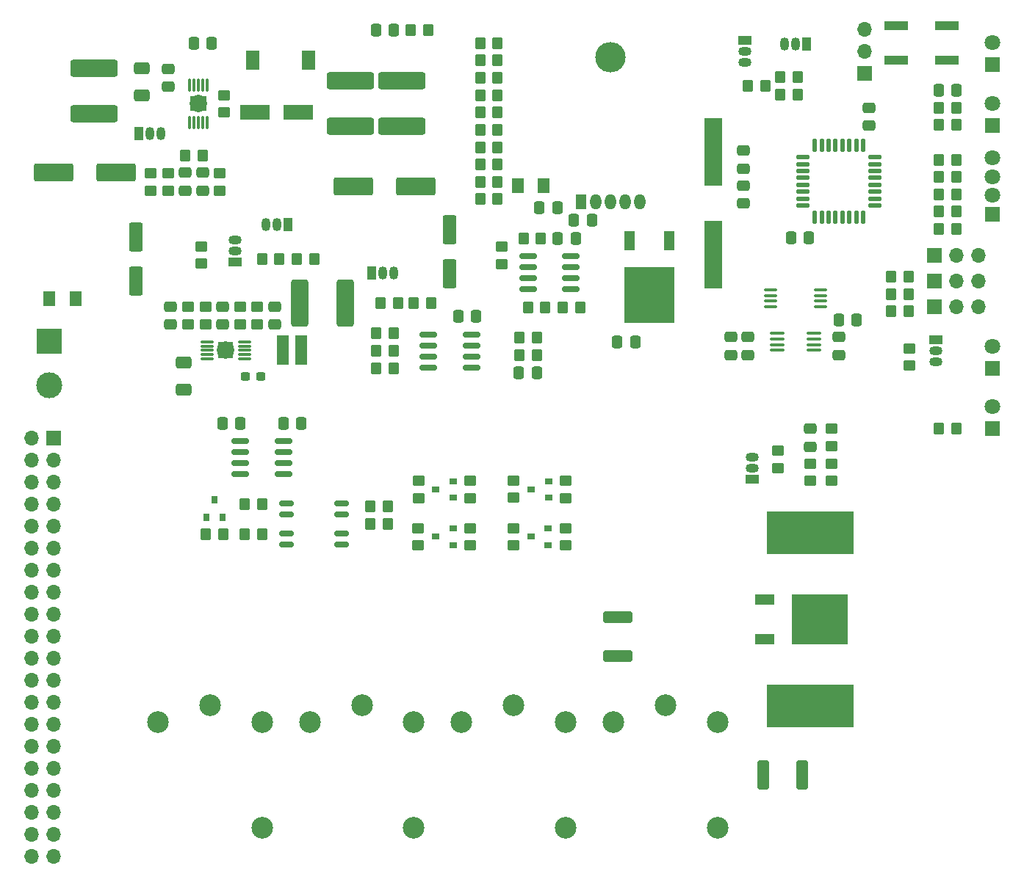
<source format=gbr>
%TF.GenerationSoftware,KiCad,Pcbnew,(5.99.0-9544-g366189b864)*%
%TF.CreationDate,2021-03-03T05:16:54+01:00*%
%TF.ProjectId,PowerBoard 1,506f7765-7242-46f6-9172-6420312e6b69,rev?*%
%TF.SameCoordinates,Original*%
%TF.FileFunction,Soldermask,Top*%
%TF.FilePolarity,Negative*%
%FSLAX46Y46*%
G04 Gerber Fmt 4.6, Leading zero omitted, Abs format (unit mm)*
G04 Created by KiCad (PCBNEW (5.99.0-9544-g366189b864)) date 2021-03-03 05:16:54*
%MOMM*%
%LPD*%
G01*
G04 APERTURE LIST*
G04 Aperture macros list*
%AMRoundRect*
0 Rectangle with rounded corners*
0 $1 Rounding radius*
0 $2 $3 $4 $5 $6 $7 $8 $9 X,Y pos of 4 corners*
0 Add a 4 corners polygon primitive as box body*
4,1,4,$2,$3,$4,$5,$6,$7,$8,$9,$2,$3,0*
0 Add four circle primitives for the rounded corners*
1,1,$1+$1,$2,$3*
1,1,$1+$1,$4,$5*
1,1,$1+$1,$6,$7*
1,1,$1+$1,$8,$9*
0 Add four rect primitives between the rounded corners*
20,1,$1+$1,$2,$3,$4,$5,0*
20,1,$1+$1,$4,$5,$6,$7,0*
20,1,$1+$1,$6,$7,$8,$9,0*
20,1,$1+$1,$8,$9,$2,$3,0*%
G04 Aperture macros list end*
%ADD10RoundRect,0.250000X-0.350000X-0.450000X0.350000X-0.450000X0.350000X0.450000X-0.350000X0.450000X0*%
%ADD11RoundRect,0.250000X-0.450000X0.350000X-0.450000X-0.350000X0.450000X-0.350000X0.450000X0.350000X0*%
%ADD12RoundRect,0.250000X0.450000X-0.350000X0.450000X0.350000X-0.450000X0.350000X-0.450000X-0.350000X0*%
%ADD13RoundRect,0.250000X-0.475000X0.337500X-0.475000X-0.337500X0.475000X-0.337500X0.475000X0.337500X0*%
%ADD14RoundRect,0.150000X-0.825000X-0.150000X0.825000X-0.150000X0.825000X0.150000X-0.825000X0.150000X0*%
%ADD15R,0.900000X0.800000*%
%ADD16RoundRect,0.250000X0.350000X0.450000X-0.350000X0.450000X-0.350000X-0.450000X0.350000X-0.450000X0*%
%ADD17RoundRect,0.250000X0.550000X-1.412500X0.550000X1.412500X-0.550000X1.412500X-0.550000X-1.412500X0*%
%ADD18RoundRect,0.250000X-0.337500X-0.475000X0.337500X-0.475000X0.337500X0.475000X-0.337500X0.475000X0*%
%ADD19R,0.800000X0.900000*%
%ADD20RoundRect,0.250000X-0.550000X1.412500X-0.550000X-1.412500X0.550000X-1.412500X0.550000X1.412500X0*%
%ADD21RoundRect,0.237500X-0.300000X-0.237500X0.300000X-0.237500X0.300000X0.237500X-0.300000X0.237500X0*%
%ADD22R,1.700000X1.700000*%
%ADD23O,1.700000X1.700000*%
%ADD24RoundRect,0.125000X-0.125000X0.625000X-0.125000X-0.625000X0.125000X-0.625000X0.125000X0.625000X0*%
%ADD25RoundRect,0.125000X-0.625000X0.125000X-0.625000X-0.125000X0.625000X-0.125000X0.625000X0.125000X0*%
%ADD26C,2.500000*%
%ADD27R,1.800000X1.800000*%
%ADD28C,1.800000*%
%ADD29RoundRect,0.250001X1.999999X0.799999X-1.999999X0.799999X-1.999999X-0.799999X1.999999X-0.799999X0*%
%ADD30R,10.000000X5.000000*%
%ADD31R,1.500000X1.050000*%
%ADD32O,1.500000X1.050000*%
%ADD33RoundRect,0.250000X0.475000X-0.337500X0.475000X0.337500X-0.475000X0.337500X-0.475000X-0.337500X0*%
%ADD34RoundRect,0.250001X-1.999999X-0.799999X1.999999X-0.799999X1.999999X0.799999X-1.999999X0.799999X0*%
%ADD35RoundRect,0.100000X-0.712500X-0.100000X0.712500X-0.100000X0.712500X0.100000X-0.712500X0.100000X0*%
%ADD36RoundRect,0.150000X0.662500X0.150000X-0.662500X0.150000X-0.662500X-0.150000X0.662500X-0.150000X0*%
%ADD37RoundRect,0.250000X-0.650000X0.412500X-0.650000X-0.412500X0.650000X-0.412500X0.650000X0.412500X0*%
%ADD38RoundRect,0.250000X0.337500X0.475000X-0.337500X0.475000X-0.337500X-0.475000X0.337500X-0.475000X0*%
%ADD39R,1.500000X2.200000*%
%ADD40RoundRect,0.249999X0.737501X2.450001X-0.737501X2.450001X-0.737501X-2.450001X0.737501X-2.450001X0*%
%ADD41RoundRect,0.249999X-2.450001X0.737501X-2.450001X-0.737501X2.450001X-0.737501X2.450001X0.737501X0*%
%ADD42R,2.200000X1.200000*%
%ADD43R,6.400000X5.800000*%
%ADD44R,1.050000X1.500000*%
%ADD45O,1.050000X1.500000*%
%ADD46R,2.800000X1.000000*%
%ADD47RoundRect,0.100000X0.637500X0.100000X-0.637500X0.100000X-0.637500X-0.100000X0.637500X-0.100000X0*%
%ADD48R,2.000000X7.875000*%
%ADD49RoundRect,0.250000X1.450000X-0.400000X1.450000X0.400000X-1.450000X0.400000X-1.450000X-0.400000X0*%
%ADD50RoundRect,0.250001X-0.462499X-0.624999X0.462499X-0.624999X0.462499X0.624999X-0.462499X0.624999X0*%
%ADD51RoundRect,0.075000X-0.075000X0.662500X-0.075000X-0.662500X0.075000X-0.662500X0.075000X0.662500X0*%
%ADD52R,1.980000X1.730000*%
%ADD53C,2.000000*%
%ADD54RoundRect,0.250000X-0.400000X-1.450000X0.400000X-1.450000X0.400000X1.450000X-0.400000X1.450000X0*%
%ADD55R,1.350000X3.400000*%
%ADD56R,3.500000X1.800000*%
%ADD57R,1.200000X2.200000*%
%ADD58R,5.800000X6.400000*%
%ADD59RoundRect,0.075000X0.662500X0.075000X-0.662500X0.075000X-0.662500X-0.075000X0.662500X-0.075000X0*%
%ADD60R,1.730000X1.980000*%
%ADD61R,3.000000X3.000000*%
%ADD62C,3.000000*%
%ADD63RoundRect,0.150000X-0.662500X-0.150000X0.662500X-0.150000X0.662500X0.150000X-0.662500X0.150000X0*%
%ADD64O,3.500000X3.500000*%
%ADD65R,1.275000X1.800000*%
%ADD66O,1.275000X1.800000*%
G04 APERTURE END LIST*
D10*
%TO.C,R40*%
X109650000Y-33050000D03*
X111650000Y-33050000D03*
%TD*%
D11*
%TO.C,R66*%
X150150000Y-63550000D03*
X150150000Y-65550000D03*
%TD*%
D10*
%TO.C,R23*%
X84500000Y-44000000D03*
X86500000Y-44000000D03*
%TD*%
D12*
%TO.C,R48*%
X102500000Y-77000000D03*
X102500000Y-75000000D03*
%TD*%
D13*
%TO.C,C18*%
X73650000Y-22012500D03*
X73650000Y-24087500D03*
%TD*%
D14*
%TO.C,U1*%
X82000000Y-65000000D03*
X82000000Y-66270000D03*
X82000000Y-67540000D03*
X82000000Y-68810000D03*
X86950000Y-68810000D03*
X86950000Y-67540000D03*
X86950000Y-66270000D03*
X86950000Y-65000000D03*
%TD*%
D15*
%TO.C,Q5*%
X106525000Y-71500000D03*
X106525000Y-69600000D03*
X104525000Y-70550000D03*
%TD*%
D16*
%TO.C,R46*%
X116650000Y-41550000D03*
X114650000Y-41550000D03*
%TD*%
D15*
%TO.C,Q3*%
X106500000Y-76950000D03*
X106500000Y-75050000D03*
X104500000Y-76000000D03*
%TD*%
D12*
%TO.C,R56*%
X144000000Y-68050000D03*
X144000000Y-66050000D03*
%TD*%
D17*
%TO.C,C4*%
X70000000Y-46537500D03*
X70000000Y-41462500D03*
%TD*%
D12*
%TO.C,R8*%
X81977936Y-51500000D03*
X81977936Y-49500000D03*
%TD*%
%TO.C,R18*%
X71650000Y-36050000D03*
X71650000Y-34050000D03*
%TD*%
D18*
%TO.C,C22*%
X76612500Y-19050000D03*
X78687500Y-19050000D03*
%TD*%
D19*
%TO.C,Q8*%
X78050000Y-73750000D03*
X79950000Y-73750000D03*
X79000000Y-71750000D03*
%TD*%
D20*
%TO.C,C27*%
X106150000Y-40550000D03*
X106150000Y-45625000D03*
%TD*%
D10*
%TO.C,R37*%
X109650000Y-27050000D03*
X111650000Y-27050000D03*
%TD*%
D21*
%TO.C,C20*%
X82607500Y-57500000D03*
X84332500Y-57500000D03*
%TD*%
D11*
%TO.C,R54*%
X119500000Y-75000000D03*
X119500000Y-77000000D03*
%TD*%
D22*
%TO.C,J1*%
X162000000Y-49500000D03*
D23*
X164540000Y-49500000D03*
X167080000Y-49500000D03*
%TD*%
D24*
%TO.C,U4*%
X153800000Y-30825000D03*
X153000000Y-30825000D03*
X152200000Y-30825000D03*
X151400000Y-30825000D03*
X150600000Y-30825000D03*
X149800000Y-30825000D03*
X149000000Y-30825000D03*
X148200000Y-30825000D03*
D25*
X146825000Y-32200000D03*
X146825000Y-33000000D03*
X146825000Y-33800000D03*
X146825000Y-34600000D03*
X146825000Y-35400000D03*
X146825000Y-36200000D03*
X146825000Y-37000000D03*
X146825000Y-37800000D03*
D24*
X148200000Y-39175000D03*
X149000000Y-39175000D03*
X149800000Y-39175000D03*
X150600000Y-39175000D03*
X151400000Y-39175000D03*
X152200000Y-39175000D03*
X153000000Y-39175000D03*
X153800000Y-39175000D03*
D25*
X155175000Y-37800000D03*
X155175000Y-37000000D03*
X155175000Y-36200000D03*
X155175000Y-35400000D03*
X155175000Y-34600000D03*
X155175000Y-33800000D03*
X155175000Y-33000000D03*
X155175000Y-32200000D03*
%TD*%
D16*
%TO.C,R29*%
X164500000Y-36500000D03*
X162500000Y-36500000D03*
%TD*%
D26*
%TO.C,RL4*%
X119500000Y-97400000D03*
X107500000Y-97400000D03*
X113500000Y-95400000D03*
X119500000Y-109600000D03*
%TD*%
D16*
%TO.C,R43*%
X99000000Y-74500000D03*
X97000000Y-74500000D03*
%TD*%
%TO.C,R15*%
X164500000Y-32500000D03*
X162500000Y-32500000D03*
%TD*%
%TO.C,R28*%
X164500000Y-38500000D03*
X162500000Y-38500000D03*
%TD*%
D11*
%TO.C,R45*%
X108500000Y-75000000D03*
X108500000Y-77000000D03*
%TD*%
D10*
%TO.C,R39*%
X109650000Y-31050000D03*
X111650000Y-31050000D03*
%TD*%
D27*
%TO.C,D5*%
X168650000Y-28550000D03*
D28*
X168650000Y-26010000D03*
%TD*%
D10*
%TO.C,R68*%
X102000000Y-49050000D03*
X104000000Y-49050000D03*
%TD*%
D29*
%TO.C,C30*%
X102250000Y-35550000D03*
X95050000Y-35550000D03*
%TD*%
D30*
%TO.C,J8*%
X147650000Y-95550000D03*
%TD*%
D11*
%TO.C,R17*%
X80150000Y-25050000D03*
X80150000Y-27050000D03*
%TD*%
D16*
%TO.C,R1*%
X103650000Y-17550000D03*
X101650000Y-17550000D03*
%TD*%
D31*
%TO.C,U8*%
X140127500Y-18730000D03*
D32*
X140127500Y-20000000D03*
X140127500Y-21270000D03*
%TD*%
D15*
%TO.C,Q4*%
X117500000Y-76950000D03*
X117500000Y-75050000D03*
X115500000Y-76000000D03*
%TD*%
D27*
%TO.C,D6*%
X168650000Y-56550000D03*
D28*
X168650000Y-54010000D03*
%TD*%
D10*
%TO.C,R38*%
X109650000Y-29050000D03*
X111650000Y-29050000D03*
%TD*%
D16*
%TO.C,R6*%
X77650000Y-32050000D03*
X75650000Y-32050000D03*
%TD*%
D18*
%TO.C,C12*%
X162462500Y-24500000D03*
X164537500Y-24500000D03*
%TD*%
D10*
%TO.C,R26*%
X162500000Y-63500000D03*
X164500000Y-63500000D03*
%TD*%
D33*
%TO.C,C9*%
X73970000Y-51537500D03*
X73970000Y-49462500D03*
%TD*%
D10*
%TO.C,R3*%
X157000000Y-50000000D03*
X159000000Y-50000000D03*
%TD*%
D16*
%TO.C,R47*%
X121150000Y-49550000D03*
X119150000Y-49550000D03*
%TD*%
D22*
%TO.C,J3*%
X162000000Y-43500000D03*
D23*
X164540000Y-43500000D03*
X167080000Y-43500000D03*
%TD*%
D10*
%TO.C,R50*%
X82500000Y-75750000D03*
X84500000Y-75750000D03*
%TD*%
D16*
%TO.C,R19*%
X146250000Y-23000000D03*
X144250000Y-23000000D03*
%TD*%
D15*
%TO.C,Q2*%
X117525000Y-71500000D03*
X117525000Y-69600000D03*
X115525000Y-70550000D03*
%TD*%
D27*
%TO.C,D4*%
X168650000Y-63550000D03*
D28*
X168650000Y-61010000D03*
%TD*%
D34*
%TO.C,C1*%
X60500000Y-34000000D03*
X67700000Y-34000000D03*
%TD*%
D16*
%TO.C,R51*%
X99000000Y-72500000D03*
X97000000Y-72500000D03*
%TD*%
D12*
%TO.C,R2*%
X83970000Y-51500000D03*
X83970000Y-49500000D03*
%TD*%
D35*
%TO.C,U2*%
X143887500Y-52525000D03*
X143887500Y-53175000D03*
X143887500Y-53825000D03*
X143887500Y-54475000D03*
X148112500Y-54475000D03*
X148112500Y-53825000D03*
X148112500Y-53175000D03*
X148112500Y-52525000D03*
%TD*%
D10*
%TO.C,R25*%
X162500000Y-26500000D03*
X164500000Y-26500000D03*
%TD*%
D36*
%TO.C,U12*%
X93687500Y-76885000D03*
X93687500Y-75615000D03*
X87312500Y-75615000D03*
X87312500Y-76885000D03*
%TD*%
D10*
%TO.C,R34*%
X109650000Y-21050000D03*
X111650000Y-21050000D03*
%TD*%
D37*
%TO.C,C13*%
X70650000Y-21987500D03*
X70650000Y-25112500D03*
%TD*%
D12*
%TO.C,R9*%
X77970000Y-51500000D03*
X77970000Y-49500000D03*
%TD*%
D38*
%TO.C,C31*%
X147537500Y-41500000D03*
X145462500Y-41500000D03*
%TD*%
D10*
%TO.C,R41*%
X109650000Y-35050000D03*
X111650000Y-35050000D03*
%TD*%
D26*
%TO.C,RL3*%
X102000000Y-97400000D03*
X90000000Y-97400000D03*
X96000000Y-95400000D03*
X102000000Y-109600000D03*
%TD*%
D11*
%TO.C,R31*%
X119525000Y-69550000D03*
X119525000Y-71550000D03*
%TD*%
D39*
%TO.C,L2*%
X83450000Y-21000000D03*
X89850000Y-21000000D03*
%TD*%
D40*
%TO.C,C23*%
X94115436Y-49000000D03*
X88840436Y-49000000D03*
%TD*%
D12*
%TO.C,R32*%
X113500000Y-71500000D03*
X113500000Y-69500000D03*
%TD*%
D41*
%TO.C,C26*%
X100650000Y-23362500D03*
X100650000Y-28637500D03*
%TD*%
D42*
%TO.C,D8*%
X142450000Y-83270000D03*
D43*
X148750000Y-85550000D03*
D42*
X142450000Y-87830000D03*
%TD*%
D44*
%TO.C,Q1*%
X70300000Y-29447500D03*
D45*
X71570000Y-29447500D03*
X72840000Y-29447500D03*
%TD*%
D31*
%TO.C,Q7*%
X162150000Y-53280000D03*
D32*
X162150000Y-54550000D03*
X162150000Y-55820000D03*
%TD*%
D10*
%TO.C,R42*%
X109650000Y-37050000D03*
X111650000Y-37050000D03*
%TD*%
D13*
%TO.C,C38*%
X147650000Y-63550000D03*
X147650000Y-65625000D03*
%TD*%
D10*
%TO.C,R49*%
X115150000Y-49550000D03*
X117150000Y-49550000D03*
%TD*%
D33*
%TO.C,C6*%
X140000000Y-33537500D03*
X140000000Y-31462500D03*
%TD*%
D16*
%TO.C,R53*%
X116150000Y-55050000D03*
X114150000Y-55050000D03*
%TD*%
D46*
%TO.C,SW1*%
X163400000Y-17000000D03*
X157600000Y-17000000D03*
X163400000Y-21000000D03*
X157600000Y-21000000D03*
%TD*%
D14*
%TO.C,U11*%
X115175000Y-43645000D03*
X115175000Y-44915000D03*
X115175000Y-46185000D03*
X115175000Y-47455000D03*
X120125000Y-47455000D03*
X120125000Y-46185000D03*
X120125000Y-44915000D03*
X120125000Y-43645000D03*
%TD*%
D10*
%TO.C,R61*%
X114150000Y-53050000D03*
X116150000Y-53050000D03*
%TD*%
D37*
%TO.C,C8*%
X75470000Y-55937500D03*
X75470000Y-59062500D03*
%TD*%
D47*
%TO.C,U6*%
X148862500Y-49475000D03*
X148862500Y-48825000D03*
X148862500Y-48175000D03*
X148862500Y-47525000D03*
X143137500Y-47525000D03*
X143137500Y-48175000D03*
X143137500Y-48825000D03*
X143137500Y-49475000D03*
%TD*%
D48*
%TO.C,Y1*%
X136500000Y-43437500D03*
X136500000Y-31562500D03*
%TD*%
D10*
%TO.C,R35*%
X109650000Y-23050000D03*
X111650000Y-23050000D03*
%TD*%
D18*
%TO.C,C35*%
X125425000Y-53500000D03*
X127500000Y-53500000D03*
%TD*%
D16*
%TO.C,R16*%
X164500000Y-40500000D03*
X162500000Y-40500000D03*
%TD*%
D49*
%TO.C,F2*%
X125500000Y-89725000D03*
X125500000Y-85275000D03*
%TD*%
D10*
%TO.C,R36*%
X109650000Y-25050000D03*
X111650000Y-25050000D03*
%TD*%
D31*
%TO.C,U9*%
X81372500Y-44270000D03*
D32*
X81372500Y-43000000D03*
X81372500Y-41730000D03*
%TD*%
D10*
%TO.C,R44*%
X82500000Y-72250000D03*
X84500000Y-72250000D03*
%TD*%
D11*
%TO.C,R67*%
X150150000Y-67550000D03*
X150150000Y-69550000D03*
%TD*%
D10*
%TO.C,R27*%
X162500000Y-28500000D03*
X164500000Y-28500000D03*
%TD*%
D50*
%TO.C,F3*%
X60012500Y-48500000D03*
X62987500Y-48500000D03*
%TD*%
D13*
%TO.C,C14*%
X75650000Y-33975000D03*
X75650000Y-36050000D03*
%TD*%
D51*
%TO.C,U5*%
X78150000Y-23887500D03*
X77650000Y-23887500D03*
X77150000Y-23887500D03*
X76650000Y-23887500D03*
X76150000Y-23887500D03*
X76150000Y-28212500D03*
X76650000Y-28212500D03*
X77150000Y-28212500D03*
X77650000Y-28212500D03*
X78150000Y-28212500D03*
D52*
X77150000Y-26050000D03*
D53*
X77150000Y-26050000D03*
%TD*%
D12*
%TO.C,R52*%
X112150000Y-44550000D03*
X112150000Y-42550000D03*
%TD*%
D10*
%TO.C,R58*%
X97650000Y-52550000D03*
X99650000Y-52550000D03*
%TD*%
D11*
%TO.C,R65*%
X147650000Y-67550000D03*
X147650000Y-69550000D03*
%TD*%
D13*
%TO.C,C17*%
X77650000Y-33975000D03*
X77650000Y-36050000D03*
%TD*%
D10*
%TO.C,R69*%
X78000000Y-75750000D03*
X80000000Y-75750000D03*
%TD*%
D38*
%TO.C,C36*%
X116187500Y-57050000D03*
X114112500Y-57050000D03*
%TD*%
D11*
%TO.C,R60*%
X108525000Y-69550000D03*
X108525000Y-71550000D03*
%TD*%
D54*
%TO.C,F4*%
X142275000Y-103500000D03*
X146725000Y-103500000D03*
%TD*%
D18*
%TO.C,C19*%
X86937500Y-62905000D03*
X89012500Y-62905000D03*
%TD*%
D10*
%TO.C,R4*%
X157000000Y-48000000D03*
X159000000Y-48000000D03*
%TD*%
D33*
%TO.C,C16*%
X151000000Y-55037500D03*
X151000000Y-52962500D03*
%TD*%
D30*
%TO.C,J7*%
X147650000Y-75550000D03*
%TD*%
D10*
%TO.C,R24*%
X88500000Y-44000000D03*
X90500000Y-44000000D03*
%TD*%
D55*
%TO.C,L1*%
X86895000Y-54500000D03*
X89045000Y-54500000D03*
%TD*%
D56*
%TO.C,D1*%
X83650000Y-27050000D03*
X88650000Y-27050000D03*
%TD*%
D26*
%TO.C,RL1*%
X84500000Y-97400000D03*
X72500000Y-97400000D03*
X78500000Y-95400000D03*
X84500000Y-109600000D03*
%TD*%
D14*
%TO.C,U15*%
X103675000Y-52645000D03*
X103675000Y-53915000D03*
X103675000Y-55185000D03*
X103675000Y-56455000D03*
X108625000Y-56455000D03*
X108625000Y-55185000D03*
X108625000Y-53915000D03*
X108625000Y-52645000D03*
%TD*%
D27*
%TO.C,D2*%
X168650000Y-38790000D03*
D28*
X168650000Y-36631000D03*
X168650000Y-34472000D03*
X168650000Y-32313000D03*
%TD*%
D44*
%TO.C,U10*%
X87500000Y-40000000D03*
D45*
X86230000Y-40000000D03*
X84960000Y-40000000D03*
%TD*%
D10*
%TO.C,R20*%
X140500000Y-24000000D03*
X142500000Y-24000000D03*
%TD*%
D18*
%TO.C,C28*%
X150962500Y-51000000D03*
X153037500Y-51000000D03*
%TD*%
D38*
%TO.C,C33*%
X120650000Y-41550000D03*
X118575000Y-41550000D03*
%TD*%
D22*
%TO.C,J6*%
X60500000Y-64640000D03*
D23*
X57960000Y-64640000D03*
X60500000Y-67180000D03*
X57960000Y-67180000D03*
X60500000Y-69720000D03*
X57960000Y-69720000D03*
X60500000Y-72260000D03*
X57960000Y-72260000D03*
X60500000Y-74800000D03*
X57960000Y-74800000D03*
X60500000Y-77340000D03*
X57960000Y-77340000D03*
X60500000Y-79880000D03*
X57960000Y-79880000D03*
X60500000Y-82420000D03*
X57960000Y-82420000D03*
X60500000Y-84960000D03*
X57960000Y-84960000D03*
X60500000Y-87500000D03*
X57960000Y-87500000D03*
X60500000Y-90040000D03*
X57960000Y-90040000D03*
X60500000Y-92580000D03*
X57960000Y-92580000D03*
X60500000Y-95120000D03*
X57960000Y-95120000D03*
X60500000Y-97660000D03*
X57960000Y-97660000D03*
X60500000Y-100200000D03*
X57960000Y-100200000D03*
X60500000Y-102740000D03*
X57960000Y-102740000D03*
X60500000Y-105280000D03*
X57960000Y-105280000D03*
X60500000Y-107820000D03*
X57960000Y-107820000D03*
X60500000Y-110360000D03*
X57960000Y-110360000D03*
X60500000Y-112900000D03*
X57960000Y-112900000D03*
%TD*%
D57*
%TO.C,D7*%
X131430000Y-41850000D03*
D58*
X129150000Y-48150000D03*
D57*
X126870000Y-41850000D03*
%TD*%
D12*
%TO.C,R55*%
X113500000Y-77000000D03*
X113500000Y-75000000D03*
%TD*%
D10*
%TO.C,R63*%
X98150000Y-49050000D03*
X100150000Y-49050000D03*
%TD*%
D12*
%TO.C,R64*%
X102525000Y-71550000D03*
X102525000Y-69550000D03*
%TD*%
D31*
%TO.C,U16*%
X141022500Y-69320000D03*
D32*
X141022500Y-68050000D03*
X141022500Y-66780000D03*
%TD*%
D33*
%TO.C,C25*%
X154500000Y-28575000D03*
X154500000Y-26500000D03*
%TD*%
D59*
%TO.C,U3*%
X82470000Y-55500000D03*
X82470000Y-55000000D03*
X82470000Y-54500000D03*
X82470000Y-54000000D03*
X82470000Y-53500000D03*
X78145000Y-53500000D03*
X78145000Y-54000000D03*
X78145000Y-54500000D03*
X78145000Y-55000000D03*
X78145000Y-55500000D03*
D53*
X80307500Y-54500000D03*
D60*
X80307500Y-54500000D03*
%TD*%
D13*
%TO.C,C2*%
X138500000Y-52962500D03*
X138500000Y-55037500D03*
%TD*%
D12*
%TO.C,R62*%
X159150000Y-56280000D03*
X159150000Y-54280000D03*
%TD*%
D41*
%TO.C,C24*%
X94650000Y-23362500D03*
X94650000Y-28637500D03*
%TD*%
D12*
%TO.C,R14*%
X73650000Y-36050000D03*
X73650000Y-34050000D03*
%TD*%
D41*
%TO.C,C10*%
X65150000Y-21912500D03*
X65150000Y-27187500D03*
%TD*%
D27*
%TO.C,D3*%
X168650000Y-21550000D03*
D28*
X168650000Y-19010000D03*
%TD*%
D26*
%TO.C,RL2*%
X137000000Y-97400000D03*
X125000000Y-97400000D03*
X131000000Y-95400000D03*
X137000000Y-109600000D03*
%TD*%
D11*
%TO.C,R13*%
X75970000Y-49500000D03*
X75970000Y-51500000D03*
%TD*%
D61*
%TO.C,J5*%
X60000000Y-53460000D03*
D62*
X60000000Y-58540000D03*
%TD*%
D22*
%TO.C,J2*%
X162000000Y-46500000D03*
D23*
X164540000Y-46500000D03*
X167080000Y-46500000D03*
%TD*%
D11*
%TO.C,R22*%
X77500000Y-42500000D03*
X77500000Y-44500000D03*
%TD*%
D33*
%TO.C,C3*%
X85970000Y-51537500D03*
X85970000Y-49462500D03*
%TD*%
D50*
%TO.C,F1*%
X114012500Y-35500000D03*
X116987500Y-35500000D03*
%TD*%
D12*
%TO.C,R7*%
X79650000Y-36050000D03*
X79650000Y-34050000D03*
%TD*%
D16*
%TO.C,R57*%
X99650000Y-56550000D03*
X97650000Y-56550000D03*
%TD*%
D44*
%TO.C,Q6*%
X97110000Y-45550000D03*
D45*
X98380000Y-45550000D03*
X99650000Y-45550000D03*
%TD*%
D44*
%TO.C,U7*%
X147270000Y-19177500D03*
D45*
X146000000Y-19177500D03*
X144730000Y-19177500D03*
%TD*%
D22*
%TO.C,J4*%
X153975000Y-22500000D03*
D23*
X153975000Y-19960000D03*
X153975000Y-17420000D03*
%TD*%
D10*
%TO.C,R21*%
X144250000Y-25000000D03*
X146250000Y-25000000D03*
%TD*%
D13*
%TO.C,C7*%
X140000000Y-35462500D03*
X140000000Y-37537500D03*
%TD*%
D38*
%TO.C,C37*%
X109187500Y-50550000D03*
X107112500Y-50550000D03*
%TD*%
%TO.C,C11*%
X99687500Y-17550000D03*
X97612500Y-17550000D03*
%TD*%
D16*
%TO.C,R30*%
X164500000Y-34500000D03*
X162500000Y-34500000D03*
%TD*%
D63*
%TO.C,U13*%
X87312500Y-72115000D03*
X87312500Y-73385000D03*
X93687500Y-73385000D03*
X93687500Y-72115000D03*
%TD*%
D18*
%TO.C,C15*%
X79937500Y-62905000D03*
X82012500Y-62905000D03*
%TD*%
D10*
%TO.C,R5*%
X157000000Y-46000000D03*
X159000000Y-46000000D03*
%TD*%
D13*
%TO.C,C5*%
X140500000Y-52962500D03*
X140500000Y-55037500D03*
%TD*%
D10*
%TO.C,R33*%
X109650000Y-19050000D03*
X111650000Y-19050000D03*
%TD*%
%TO.C,R59*%
X97650000Y-54550000D03*
X99650000Y-54550000D03*
%TD*%
D38*
%TO.C,C34*%
X122537500Y-39500000D03*
X120462500Y-39500000D03*
%TD*%
D33*
%TO.C,C21*%
X79970000Y-51537500D03*
X79970000Y-49462500D03*
%TD*%
D18*
%TO.C,C32*%
X116462500Y-38000000D03*
X118537500Y-38000000D03*
%TD*%
D64*
%TO.C,U14*%
X124650000Y-20670000D03*
D65*
X121250000Y-37330000D03*
D66*
X122950000Y-37330000D03*
X124650000Y-37330000D03*
X126350000Y-37330000D03*
X128050000Y-37330000D03*
%TD*%
M02*

</source>
